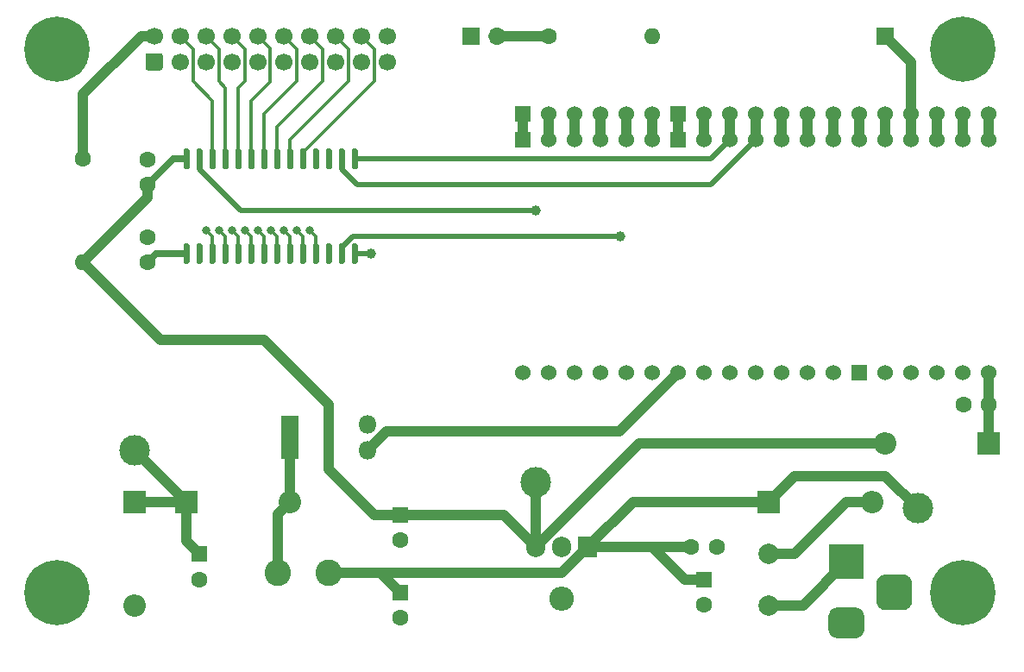
<source format=gtl>
G04 #@! TF.GenerationSoftware,KiCad,Pcbnew,(5.1.10)-1*
G04 #@! TF.CreationDate,2021-09-29T14:01:46-04:00*
G04 #@! TF.ProjectId,schematics_main,73636865-6d61-4746-9963-735f6d61696e,rev?*
G04 #@! TF.SameCoordinates,Original*
G04 #@! TF.FileFunction,Copper,L1,Top*
G04 #@! TF.FilePolarity,Positive*
%FSLAX46Y46*%
G04 Gerber Fmt 4.6, Leading zero omitted, Abs format (unit mm)*
G04 Created by KiCad (PCBNEW (5.1.10)-1) date 2021-09-29 14:01:46*
%MOMM*%
%LPD*%
G01*
G04 APERTURE LIST*
G04 #@! TA.AperFunction,ComponentPad*
%ADD10R,1.905000X2.000000*%
G04 #@! TD*
G04 #@! TA.AperFunction,ComponentPad*
%ADD11O,1.905000X2.000000*%
G04 #@! TD*
G04 #@! TA.AperFunction,ComponentPad*
%ADD12O,2.400000X2.400000*%
G04 #@! TD*
G04 #@! TA.AperFunction,ComponentPad*
%ADD13R,1.524000X1.524000*%
G04 #@! TD*
G04 #@! TA.AperFunction,ComponentPad*
%ADD14C,1.524000*%
G04 #@! TD*
G04 #@! TA.AperFunction,ComponentPad*
%ADD15C,1.700000*%
G04 #@! TD*
G04 #@! TA.AperFunction,ComponentPad*
%ADD16R,1.800000X1.800000*%
G04 #@! TD*
G04 #@! TA.AperFunction,ComponentPad*
%ADD17O,1.800000X1.800000*%
G04 #@! TD*
G04 #@! TA.AperFunction,ComponentPad*
%ADD18R,1.800000X2.800000*%
G04 #@! TD*
G04 #@! TA.AperFunction,ComponentPad*
%ADD19R,1.700000X1.700000*%
G04 #@! TD*
G04 #@! TA.AperFunction,ComponentPad*
%ADD20O,1.700000X1.700000*%
G04 #@! TD*
G04 #@! TA.AperFunction,ComponentPad*
%ADD21C,2.600000*%
G04 #@! TD*
G04 #@! TA.AperFunction,ComponentPad*
%ADD22C,1.600000*%
G04 #@! TD*
G04 #@! TA.AperFunction,ComponentPad*
%ADD23O,1.600000X1.600000*%
G04 #@! TD*
G04 #@! TA.AperFunction,ComponentPad*
%ADD24O,2.200000X2.200000*%
G04 #@! TD*
G04 #@! TA.AperFunction,ComponentPad*
%ADD25R,2.200000X2.200000*%
G04 #@! TD*
G04 #@! TA.AperFunction,ComponentPad*
%ADD26C,3.000000*%
G04 #@! TD*
G04 #@! TA.AperFunction,ComponentPad*
%ADD27C,6.400000*%
G04 #@! TD*
G04 #@! TA.AperFunction,ComponentPad*
%ADD28C,2.000000*%
G04 #@! TD*
G04 #@! TA.AperFunction,ComponentPad*
%ADD29R,3.500000X3.500000*%
G04 #@! TD*
G04 #@! TA.AperFunction,ComponentPad*
%ADD30R,1.600000X1.600000*%
G04 #@! TD*
G04 #@! TA.AperFunction,ViaPad*
%ADD31C,1.000000*%
G04 #@! TD*
G04 #@! TA.AperFunction,ViaPad*
%ADD32C,0.800000*%
G04 #@! TD*
G04 #@! TA.AperFunction,Conductor*
%ADD33C,1.000000*%
G04 #@! TD*
G04 #@! TA.AperFunction,Conductor*
%ADD34C,0.500000*%
G04 #@! TD*
G04 #@! TA.AperFunction,Conductor*
%ADD35C,0.700000*%
G04 #@! TD*
G04 #@! TA.AperFunction,Conductor*
%ADD36C,0.300000*%
G04 #@! TD*
G04 APERTURE END LIST*
D10*
X212090000Y-143510000D03*
D11*
X209550000Y-143510000D03*
X207010000Y-143510000D03*
D12*
X209550000Y-148590000D03*
D13*
X220980000Y-100965000D03*
X205740000Y-100965000D03*
D14*
X210820000Y-100965000D03*
X218440000Y-100965000D03*
X208280000Y-100965000D03*
X223520000Y-100965000D03*
X215900000Y-100965000D03*
X213360000Y-100965000D03*
X226060000Y-100965000D03*
X228600000Y-100965000D03*
X236220000Y-100965000D03*
X241300000Y-100965000D03*
X238760000Y-100965000D03*
X233680000Y-100965000D03*
X231140000Y-100965000D03*
X251460000Y-100965000D03*
X248920000Y-100965000D03*
X246380000Y-100965000D03*
X243840000Y-100965000D03*
X251460000Y-126365000D03*
X248920000Y-126365000D03*
X246380000Y-126365000D03*
X243840000Y-126365000D03*
X241300000Y-126365000D03*
D13*
X238760000Y-126365000D03*
D14*
X236220000Y-126365000D03*
X233680000Y-126365000D03*
X231140000Y-126365000D03*
X228600000Y-126365000D03*
X226060000Y-126365000D03*
X223520000Y-126365000D03*
X220980000Y-126365000D03*
X218440000Y-126365000D03*
X215900000Y-126365000D03*
X213360000Y-126365000D03*
X210820000Y-126365000D03*
X208280000Y-126365000D03*
X205740000Y-126365000D03*
X251460000Y-103505000D03*
X248920000Y-103505000D03*
X223520000Y-103505000D03*
X238760000Y-103505000D03*
X226060000Y-103505000D03*
X228600000Y-103505000D03*
X218440000Y-103505000D03*
X210820000Y-103505000D03*
X233680000Y-103505000D03*
X243840000Y-103505000D03*
X208280000Y-103505000D03*
X246380000Y-103505000D03*
X231140000Y-103505000D03*
X241300000Y-103505000D03*
X213360000Y-103505000D03*
D13*
X205740000Y-103505000D03*
D14*
X215900000Y-103505000D03*
X236220000Y-103505000D03*
D13*
X220980000Y-103505000D03*
G04 #@! TA.AperFunction,SMDPad,CuDef*
G36*
G01*
X172870000Y-115735000D02*
X172570000Y-115735000D01*
G75*
G02*
X172420000Y-115585000I0J150000D01*
G01*
X172420000Y-113835000D01*
G75*
G02*
X172570000Y-113685000I150000J0D01*
G01*
X172870000Y-113685000D01*
G75*
G02*
X173020000Y-113835000I0J-150000D01*
G01*
X173020000Y-115585000D01*
G75*
G02*
X172870000Y-115735000I-150000J0D01*
G01*
G37*
G04 #@! TD.AperFunction*
G04 #@! TA.AperFunction,SMDPad,CuDef*
G36*
G01*
X174140000Y-115735000D02*
X173840000Y-115735000D01*
G75*
G02*
X173690000Y-115585000I0J150000D01*
G01*
X173690000Y-113835000D01*
G75*
G02*
X173840000Y-113685000I150000J0D01*
G01*
X174140000Y-113685000D01*
G75*
G02*
X174290000Y-113835000I0J-150000D01*
G01*
X174290000Y-115585000D01*
G75*
G02*
X174140000Y-115735000I-150000J0D01*
G01*
G37*
G04 #@! TD.AperFunction*
G04 #@! TA.AperFunction,SMDPad,CuDef*
G36*
G01*
X175410000Y-115735000D02*
X175110000Y-115735000D01*
G75*
G02*
X174960000Y-115585000I0J150000D01*
G01*
X174960000Y-113835000D01*
G75*
G02*
X175110000Y-113685000I150000J0D01*
G01*
X175410000Y-113685000D01*
G75*
G02*
X175560000Y-113835000I0J-150000D01*
G01*
X175560000Y-115585000D01*
G75*
G02*
X175410000Y-115735000I-150000J0D01*
G01*
G37*
G04 #@! TD.AperFunction*
G04 #@! TA.AperFunction,SMDPad,CuDef*
G36*
G01*
X176680000Y-115735000D02*
X176380000Y-115735000D01*
G75*
G02*
X176230000Y-115585000I0J150000D01*
G01*
X176230000Y-113835000D01*
G75*
G02*
X176380000Y-113685000I150000J0D01*
G01*
X176680000Y-113685000D01*
G75*
G02*
X176830000Y-113835000I0J-150000D01*
G01*
X176830000Y-115585000D01*
G75*
G02*
X176680000Y-115735000I-150000J0D01*
G01*
G37*
G04 #@! TD.AperFunction*
G04 #@! TA.AperFunction,SMDPad,CuDef*
G36*
G01*
X177950000Y-115735000D02*
X177650000Y-115735000D01*
G75*
G02*
X177500000Y-115585000I0J150000D01*
G01*
X177500000Y-113835000D01*
G75*
G02*
X177650000Y-113685000I150000J0D01*
G01*
X177950000Y-113685000D01*
G75*
G02*
X178100000Y-113835000I0J-150000D01*
G01*
X178100000Y-115585000D01*
G75*
G02*
X177950000Y-115735000I-150000J0D01*
G01*
G37*
G04 #@! TD.AperFunction*
G04 #@! TA.AperFunction,SMDPad,CuDef*
G36*
G01*
X179220000Y-115735000D02*
X178920000Y-115735000D01*
G75*
G02*
X178770000Y-115585000I0J150000D01*
G01*
X178770000Y-113835000D01*
G75*
G02*
X178920000Y-113685000I150000J0D01*
G01*
X179220000Y-113685000D01*
G75*
G02*
X179370000Y-113835000I0J-150000D01*
G01*
X179370000Y-115585000D01*
G75*
G02*
X179220000Y-115735000I-150000J0D01*
G01*
G37*
G04 #@! TD.AperFunction*
G04 #@! TA.AperFunction,SMDPad,CuDef*
G36*
G01*
X180490000Y-115735000D02*
X180190000Y-115735000D01*
G75*
G02*
X180040000Y-115585000I0J150000D01*
G01*
X180040000Y-113835000D01*
G75*
G02*
X180190000Y-113685000I150000J0D01*
G01*
X180490000Y-113685000D01*
G75*
G02*
X180640000Y-113835000I0J-150000D01*
G01*
X180640000Y-115585000D01*
G75*
G02*
X180490000Y-115735000I-150000J0D01*
G01*
G37*
G04 #@! TD.AperFunction*
G04 #@! TA.AperFunction,SMDPad,CuDef*
G36*
G01*
X181760000Y-115735000D02*
X181460000Y-115735000D01*
G75*
G02*
X181310000Y-115585000I0J150000D01*
G01*
X181310000Y-113835000D01*
G75*
G02*
X181460000Y-113685000I150000J0D01*
G01*
X181760000Y-113685000D01*
G75*
G02*
X181910000Y-113835000I0J-150000D01*
G01*
X181910000Y-115585000D01*
G75*
G02*
X181760000Y-115735000I-150000J0D01*
G01*
G37*
G04 #@! TD.AperFunction*
G04 #@! TA.AperFunction,SMDPad,CuDef*
G36*
G01*
X183030000Y-115735000D02*
X182730000Y-115735000D01*
G75*
G02*
X182580000Y-115585000I0J150000D01*
G01*
X182580000Y-113835000D01*
G75*
G02*
X182730000Y-113685000I150000J0D01*
G01*
X183030000Y-113685000D01*
G75*
G02*
X183180000Y-113835000I0J-150000D01*
G01*
X183180000Y-115585000D01*
G75*
G02*
X183030000Y-115735000I-150000J0D01*
G01*
G37*
G04 #@! TD.AperFunction*
G04 #@! TA.AperFunction,SMDPad,CuDef*
G36*
G01*
X184300000Y-115735000D02*
X184000000Y-115735000D01*
G75*
G02*
X183850000Y-115585000I0J150000D01*
G01*
X183850000Y-113835000D01*
G75*
G02*
X184000000Y-113685000I150000J0D01*
G01*
X184300000Y-113685000D01*
G75*
G02*
X184450000Y-113835000I0J-150000D01*
G01*
X184450000Y-115585000D01*
G75*
G02*
X184300000Y-115735000I-150000J0D01*
G01*
G37*
G04 #@! TD.AperFunction*
G04 #@! TA.AperFunction,SMDPad,CuDef*
G36*
G01*
X185570000Y-115735000D02*
X185270000Y-115735000D01*
G75*
G02*
X185120000Y-115585000I0J150000D01*
G01*
X185120000Y-113835000D01*
G75*
G02*
X185270000Y-113685000I150000J0D01*
G01*
X185570000Y-113685000D01*
G75*
G02*
X185720000Y-113835000I0J-150000D01*
G01*
X185720000Y-115585000D01*
G75*
G02*
X185570000Y-115735000I-150000J0D01*
G01*
G37*
G04 #@! TD.AperFunction*
G04 #@! TA.AperFunction,SMDPad,CuDef*
G36*
G01*
X186840000Y-115735000D02*
X186540000Y-115735000D01*
G75*
G02*
X186390000Y-115585000I0J150000D01*
G01*
X186390000Y-113835000D01*
G75*
G02*
X186540000Y-113685000I150000J0D01*
G01*
X186840000Y-113685000D01*
G75*
G02*
X186990000Y-113835000I0J-150000D01*
G01*
X186990000Y-115585000D01*
G75*
G02*
X186840000Y-115735000I-150000J0D01*
G01*
G37*
G04 #@! TD.AperFunction*
G04 #@! TA.AperFunction,SMDPad,CuDef*
G36*
G01*
X188110000Y-115735000D02*
X187810000Y-115735000D01*
G75*
G02*
X187660000Y-115585000I0J150000D01*
G01*
X187660000Y-113835000D01*
G75*
G02*
X187810000Y-113685000I150000J0D01*
G01*
X188110000Y-113685000D01*
G75*
G02*
X188260000Y-113835000I0J-150000D01*
G01*
X188260000Y-115585000D01*
G75*
G02*
X188110000Y-115735000I-150000J0D01*
G01*
G37*
G04 #@! TD.AperFunction*
G04 #@! TA.AperFunction,SMDPad,CuDef*
G36*
G01*
X189380000Y-115735000D02*
X189080000Y-115735000D01*
G75*
G02*
X188930000Y-115585000I0J150000D01*
G01*
X188930000Y-113835000D01*
G75*
G02*
X189080000Y-113685000I150000J0D01*
G01*
X189380000Y-113685000D01*
G75*
G02*
X189530000Y-113835000I0J-150000D01*
G01*
X189530000Y-115585000D01*
G75*
G02*
X189380000Y-115735000I-150000J0D01*
G01*
G37*
G04 #@! TD.AperFunction*
G04 #@! TA.AperFunction,SMDPad,CuDef*
G36*
G01*
X189380000Y-106435000D02*
X189080000Y-106435000D01*
G75*
G02*
X188930000Y-106285000I0J150000D01*
G01*
X188930000Y-104535000D01*
G75*
G02*
X189080000Y-104385000I150000J0D01*
G01*
X189380000Y-104385000D01*
G75*
G02*
X189530000Y-104535000I0J-150000D01*
G01*
X189530000Y-106285000D01*
G75*
G02*
X189380000Y-106435000I-150000J0D01*
G01*
G37*
G04 #@! TD.AperFunction*
G04 #@! TA.AperFunction,SMDPad,CuDef*
G36*
G01*
X188110000Y-106435000D02*
X187810000Y-106435000D01*
G75*
G02*
X187660000Y-106285000I0J150000D01*
G01*
X187660000Y-104535000D01*
G75*
G02*
X187810000Y-104385000I150000J0D01*
G01*
X188110000Y-104385000D01*
G75*
G02*
X188260000Y-104535000I0J-150000D01*
G01*
X188260000Y-106285000D01*
G75*
G02*
X188110000Y-106435000I-150000J0D01*
G01*
G37*
G04 #@! TD.AperFunction*
G04 #@! TA.AperFunction,SMDPad,CuDef*
G36*
G01*
X186840000Y-106435000D02*
X186540000Y-106435000D01*
G75*
G02*
X186390000Y-106285000I0J150000D01*
G01*
X186390000Y-104535000D01*
G75*
G02*
X186540000Y-104385000I150000J0D01*
G01*
X186840000Y-104385000D01*
G75*
G02*
X186990000Y-104535000I0J-150000D01*
G01*
X186990000Y-106285000D01*
G75*
G02*
X186840000Y-106435000I-150000J0D01*
G01*
G37*
G04 #@! TD.AperFunction*
G04 #@! TA.AperFunction,SMDPad,CuDef*
G36*
G01*
X185570000Y-106435000D02*
X185270000Y-106435000D01*
G75*
G02*
X185120000Y-106285000I0J150000D01*
G01*
X185120000Y-104535000D01*
G75*
G02*
X185270000Y-104385000I150000J0D01*
G01*
X185570000Y-104385000D01*
G75*
G02*
X185720000Y-104535000I0J-150000D01*
G01*
X185720000Y-106285000D01*
G75*
G02*
X185570000Y-106435000I-150000J0D01*
G01*
G37*
G04 #@! TD.AperFunction*
G04 #@! TA.AperFunction,SMDPad,CuDef*
G36*
G01*
X184300000Y-106435000D02*
X184000000Y-106435000D01*
G75*
G02*
X183850000Y-106285000I0J150000D01*
G01*
X183850000Y-104535000D01*
G75*
G02*
X184000000Y-104385000I150000J0D01*
G01*
X184300000Y-104385000D01*
G75*
G02*
X184450000Y-104535000I0J-150000D01*
G01*
X184450000Y-106285000D01*
G75*
G02*
X184300000Y-106435000I-150000J0D01*
G01*
G37*
G04 #@! TD.AperFunction*
G04 #@! TA.AperFunction,SMDPad,CuDef*
G36*
G01*
X183030000Y-106435000D02*
X182730000Y-106435000D01*
G75*
G02*
X182580000Y-106285000I0J150000D01*
G01*
X182580000Y-104535000D01*
G75*
G02*
X182730000Y-104385000I150000J0D01*
G01*
X183030000Y-104385000D01*
G75*
G02*
X183180000Y-104535000I0J-150000D01*
G01*
X183180000Y-106285000D01*
G75*
G02*
X183030000Y-106435000I-150000J0D01*
G01*
G37*
G04 #@! TD.AperFunction*
G04 #@! TA.AperFunction,SMDPad,CuDef*
G36*
G01*
X181760000Y-106435000D02*
X181460000Y-106435000D01*
G75*
G02*
X181310000Y-106285000I0J150000D01*
G01*
X181310000Y-104535000D01*
G75*
G02*
X181460000Y-104385000I150000J0D01*
G01*
X181760000Y-104385000D01*
G75*
G02*
X181910000Y-104535000I0J-150000D01*
G01*
X181910000Y-106285000D01*
G75*
G02*
X181760000Y-106435000I-150000J0D01*
G01*
G37*
G04 #@! TD.AperFunction*
G04 #@! TA.AperFunction,SMDPad,CuDef*
G36*
G01*
X180490000Y-106435000D02*
X180190000Y-106435000D01*
G75*
G02*
X180040000Y-106285000I0J150000D01*
G01*
X180040000Y-104535000D01*
G75*
G02*
X180190000Y-104385000I150000J0D01*
G01*
X180490000Y-104385000D01*
G75*
G02*
X180640000Y-104535000I0J-150000D01*
G01*
X180640000Y-106285000D01*
G75*
G02*
X180490000Y-106435000I-150000J0D01*
G01*
G37*
G04 #@! TD.AperFunction*
G04 #@! TA.AperFunction,SMDPad,CuDef*
G36*
G01*
X179220000Y-106435000D02*
X178920000Y-106435000D01*
G75*
G02*
X178770000Y-106285000I0J150000D01*
G01*
X178770000Y-104535000D01*
G75*
G02*
X178920000Y-104385000I150000J0D01*
G01*
X179220000Y-104385000D01*
G75*
G02*
X179370000Y-104535000I0J-150000D01*
G01*
X179370000Y-106285000D01*
G75*
G02*
X179220000Y-106435000I-150000J0D01*
G01*
G37*
G04 #@! TD.AperFunction*
G04 #@! TA.AperFunction,SMDPad,CuDef*
G36*
G01*
X177950000Y-106435000D02*
X177650000Y-106435000D01*
G75*
G02*
X177500000Y-106285000I0J150000D01*
G01*
X177500000Y-104535000D01*
G75*
G02*
X177650000Y-104385000I150000J0D01*
G01*
X177950000Y-104385000D01*
G75*
G02*
X178100000Y-104535000I0J-150000D01*
G01*
X178100000Y-106285000D01*
G75*
G02*
X177950000Y-106435000I-150000J0D01*
G01*
G37*
G04 #@! TD.AperFunction*
G04 #@! TA.AperFunction,SMDPad,CuDef*
G36*
G01*
X176680000Y-106435000D02*
X176380000Y-106435000D01*
G75*
G02*
X176230000Y-106285000I0J150000D01*
G01*
X176230000Y-104535000D01*
G75*
G02*
X176380000Y-104385000I150000J0D01*
G01*
X176680000Y-104385000D01*
G75*
G02*
X176830000Y-104535000I0J-150000D01*
G01*
X176830000Y-106285000D01*
G75*
G02*
X176680000Y-106435000I-150000J0D01*
G01*
G37*
G04 #@! TD.AperFunction*
G04 #@! TA.AperFunction,SMDPad,CuDef*
G36*
G01*
X175410000Y-106435000D02*
X175110000Y-106435000D01*
G75*
G02*
X174960000Y-106285000I0J150000D01*
G01*
X174960000Y-104535000D01*
G75*
G02*
X175110000Y-104385000I150000J0D01*
G01*
X175410000Y-104385000D01*
G75*
G02*
X175560000Y-104535000I0J-150000D01*
G01*
X175560000Y-106285000D01*
G75*
G02*
X175410000Y-106435000I-150000J0D01*
G01*
G37*
G04 #@! TD.AperFunction*
G04 #@! TA.AperFunction,SMDPad,CuDef*
G36*
G01*
X174140000Y-106435000D02*
X173840000Y-106435000D01*
G75*
G02*
X173690000Y-106285000I0J150000D01*
G01*
X173690000Y-104535000D01*
G75*
G02*
X173840000Y-104385000I150000J0D01*
G01*
X174140000Y-104385000D01*
G75*
G02*
X174290000Y-104535000I0J-150000D01*
G01*
X174290000Y-106285000D01*
G75*
G02*
X174140000Y-106435000I-150000J0D01*
G01*
G37*
G04 #@! TD.AperFunction*
G04 #@! TA.AperFunction,SMDPad,CuDef*
G36*
G01*
X172870000Y-106435000D02*
X172570000Y-106435000D01*
G75*
G02*
X172420000Y-106285000I0J150000D01*
G01*
X172420000Y-104535000D01*
G75*
G02*
X172570000Y-104385000I150000J0D01*
G01*
X172870000Y-104385000D01*
G75*
G02*
X173020000Y-104535000I0J-150000D01*
G01*
X173020000Y-106285000D01*
G75*
G02*
X172870000Y-106435000I-150000J0D01*
G01*
G37*
G04 #@! TD.AperFunction*
D15*
X192405000Y-93345000D03*
X189865000Y-93345000D03*
X187325000Y-93345000D03*
X184785000Y-93345000D03*
X182245000Y-93345000D03*
X179705000Y-93345000D03*
X177165000Y-93345000D03*
X174625000Y-93345000D03*
X172085000Y-93345000D03*
X169545000Y-93345000D03*
X192405000Y-95885000D03*
X189865000Y-95885000D03*
X187325000Y-95885000D03*
X184785000Y-95885000D03*
X182245000Y-95885000D03*
X179705000Y-95885000D03*
X177165000Y-95885000D03*
X174625000Y-95885000D03*
X172085000Y-95885000D03*
G04 #@! TA.AperFunction,ComponentPad*
G36*
G01*
X170145000Y-96735000D02*
X168945000Y-96735000D01*
G75*
G02*
X168695000Y-96485000I0J250000D01*
G01*
X168695000Y-95285000D01*
G75*
G02*
X168945000Y-95035000I250000J0D01*
G01*
X170145000Y-95035000D01*
G75*
G02*
X170395000Y-95285000I0J-250000D01*
G01*
X170395000Y-96485000D01*
G75*
G02*
X170145000Y-96735000I-250000J0D01*
G01*
G37*
G04 #@! TD.AperFunction*
D16*
X182880000Y-131445000D03*
D17*
X190500000Y-133985000D03*
D18*
X182880000Y-133485000D03*
D17*
X190500000Y-131445000D03*
D19*
X241300000Y-93345000D03*
D20*
X203200000Y-93345000D03*
D19*
X200660000Y-93345000D03*
D21*
X181690000Y-146050000D03*
X186690000Y-146050000D03*
D22*
X248960000Y-129540000D03*
X251460000Y-129540000D03*
D23*
X162560000Y-115570000D03*
D22*
X162560000Y-105410000D03*
D23*
X218440000Y-93345000D03*
D22*
X208280000Y-93345000D03*
D24*
X167640000Y-149225000D03*
D25*
X167640000Y-139065000D03*
D24*
X182880000Y-139065000D03*
D25*
X172720000Y-139065000D03*
D24*
X240030000Y-139065000D03*
D25*
X229870000Y-139065000D03*
D24*
X241300000Y-133350000D03*
D25*
X251460000Y-133350000D03*
D26*
X207010000Y-137160000D03*
X244475000Y-139700000D03*
X167640000Y-133985000D03*
D27*
X248920000Y-147955000D03*
X160020000Y-147955000D03*
X160020000Y-94615000D03*
X248920000Y-94615000D03*
D28*
X229870000Y-149225000D03*
X229880000Y-144145000D03*
D29*
X237490000Y-144955000D03*
G04 #@! TA.AperFunction,ComponentPad*
G36*
G01*
X238490000Y-152455000D02*
X236490000Y-152455000D01*
G75*
G02*
X235740000Y-151705000I0J750000D01*
G01*
X235740000Y-150205000D01*
G75*
G02*
X236490000Y-149455000I750000J0D01*
G01*
X238490000Y-149455000D01*
G75*
G02*
X239240000Y-150205000I0J-750000D01*
G01*
X239240000Y-151705000D01*
G75*
G02*
X238490000Y-152455000I-750000J0D01*
G01*
G37*
G04 #@! TD.AperFunction*
G04 #@! TA.AperFunction,ComponentPad*
G36*
G01*
X243065000Y-149705000D02*
X241315000Y-149705000D01*
G75*
G02*
X240440000Y-148830000I0J875000D01*
G01*
X240440000Y-147080000D01*
G75*
G02*
X241315000Y-146205000I875000J0D01*
G01*
X243065000Y-146205000D01*
G75*
G02*
X243940000Y-147080000I0J-875000D01*
G01*
X243940000Y-148830000D01*
G75*
G02*
X243065000Y-149705000I-875000J0D01*
G01*
G37*
G04 #@! TD.AperFunction*
D22*
X168910000Y-113070000D03*
X168910000Y-115570000D03*
X173990000Y-146685000D03*
D30*
X173990000Y-144185000D03*
X193675000Y-147955000D03*
D22*
X193675000Y-150455000D03*
X168910000Y-105450000D03*
X168910000Y-107950000D03*
X193675000Y-142835000D03*
D30*
X193675000Y-140335000D03*
X223520000Y-146685000D03*
D22*
X223520000Y-149185000D03*
X224750000Y-143510000D03*
X222250000Y-143510000D03*
D31*
X190851997Y-114709999D03*
X207010004Y-110490002D03*
X215264946Y-113030000D03*
D32*
X183515000Y-112395000D03*
X184785000Y-112395000D03*
X178435000Y-112395000D03*
X177165010Y-112395000D03*
X175895000Y-112395000D03*
X174625000Y-112395000D03*
X182245000Y-112395000D03*
X180975000Y-112395000D03*
X179704990Y-112395000D03*
D33*
X205740000Y-100965000D02*
X205740000Y-103505000D01*
X220980000Y-103505000D02*
X220980000Y-100965000D01*
D34*
X190851996Y-114710000D02*
X190851997Y-114709999D01*
X189230000Y-114710000D02*
X190851996Y-114710000D01*
D33*
X232410000Y-136525000D02*
X229870000Y-139065000D01*
X241300000Y-136525000D02*
X232410000Y-136525000D01*
X244475000Y-139700000D02*
X241300000Y-136525000D01*
X216535000Y-139065000D02*
X212090000Y-143510000D01*
X229870000Y-139065000D02*
X216535000Y-139065000D01*
X209550000Y-146050000D02*
X186690000Y-146050000D01*
X212090000Y-143510000D02*
X209550000Y-146050000D01*
X191770000Y-146050000D02*
X193675000Y-147955000D01*
X186690000Y-146050000D02*
X191770000Y-146050000D01*
X221615000Y-146685000D02*
X218440000Y-143510000D01*
X223520000Y-146685000D02*
X221615000Y-146685000D01*
X218440000Y-143510000D02*
X222250000Y-143510000D01*
X212090000Y-143510000D02*
X218440000Y-143510000D01*
X217170000Y-133350000D02*
X207010000Y-143510000D01*
X241300000Y-133350000D02*
X217170000Y-133350000D01*
X203835000Y-140335000D02*
X207010000Y-143510000D01*
X193675000Y-140335000D02*
X203835000Y-140335000D01*
X207010000Y-137160000D02*
X207010000Y-143510000D01*
X180340000Y-123190000D02*
X170180000Y-123190000D01*
X186690000Y-135890000D02*
X186690000Y-129540000D01*
X191135000Y-140335000D02*
X186690000Y-135890000D01*
X186690000Y-129540000D02*
X180340000Y-123190000D01*
X193675000Y-140335000D02*
X191135000Y-140335000D01*
X165100000Y-118110000D02*
X162560000Y-115570000D01*
X170180000Y-123190000D02*
X165100000Y-118110000D01*
D35*
X171450000Y-105410000D02*
X168910000Y-107950000D01*
X172720000Y-105410000D02*
X171450000Y-105410000D01*
D33*
X168910000Y-109220000D02*
X166370000Y-111760000D01*
X166370000Y-111760000D02*
X162560000Y-115570000D01*
X168910000Y-107950000D02*
X168910000Y-109220000D01*
X172720000Y-139065000D02*
X167640000Y-139065000D01*
X172720000Y-142915000D02*
X173990000Y-144185000D01*
X172720000Y-139065000D02*
X172720000Y-142915000D01*
X172720000Y-139065000D02*
X167640000Y-133985000D01*
D35*
X169770000Y-114710000D02*
X168910000Y-115570000D01*
X172720000Y-114710000D02*
X169770000Y-114710000D01*
D33*
X237490000Y-139065000D02*
X240030000Y-139065000D01*
X232410000Y-144145000D02*
X237490000Y-139065000D01*
X229870000Y-144145000D02*
X232410000Y-144145000D01*
X181690000Y-140255000D02*
X182880000Y-139065000D01*
X181690000Y-146050000D02*
X181690000Y-140255000D01*
X182880000Y-131445000D02*
X182880000Y-139065000D01*
X233220000Y-149225000D02*
X237490000Y-144955000D01*
X229860000Y-149225000D02*
X233220000Y-149225000D01*
X215195009Y-132149991D02*
X220980000Y-126365000D01*
X192335009Y-132149991D02*
X215195009Y-132149991D01*
X190500000Y-133985000D02*
X192335009Y-132149991D01*
X208280000Y-93345000D02*
X203200000Y-93345000D01*
D35*
X200659990Y-93345010D02*
X200660000Y-93345000D01*
D33*
X243840000Y-103505000D02*
X243840000Y-100965000D01*
X243840000Y-95885000D02*
X241300000Y-93345000D01*
X243840000Y-100965000D02*
X243840000Y-95885000D01*
X210820000Y-103505000D02*
X210820000Y-100965000D01*
X208280000Y-100965000D02*
X208280000Y-103505000D01*
D34*
X178045002Y-110490002D02*
X207010004Y-110490002D01*
X173990000Y-106435000D02*
X178045002Y-110490002D01*
X173990000Y-105410000D02*
X173990000Y-106435000D01*
D33*
X215900000Y-103505000D02*
X215900000Y-100965000D01*
X213360000Y-100965000D02*
X213360000Y-103505000D01*
X226060000Y-100965000D02*
X226060000Y-103505000D01*
D34*
X224155000Y-105410000D02*
X189230000Y-105410000D01*
X226060000Y-103505000D02*
X224155000Y-105410000D01*
D33*
X228600000Y-103505000D02*
X228600000Y-100965000D01*
D34*
X187960000Y-106435000D02*
X187960000Y-105410000D01*
X189475000Y-107950000D02*
X187960000Y-106435000D01*
X224155000Y-107950000D02*
X189475000Y-107950000D01*
X228600000Y-103505000D02*
X224155000Y-107950000D01*
D33*
X236220000Y-100965000D02*
X236220000Y-103505000D01*
X241300000Y-100965000D02*
X241300000Y-103505000D01*
X238760000Y-103505000D02*
X238760000Y-100965000D01*
X231140000Y-100965000D02*
X231140000Y-103505000D01*
X251460000Y-100965000D02*
X251460000Y-103505000D01*
X248920000Y-103505000D02*
X248920000Y-100965000D01*
X246380000Y-100965000D02*
X246380000Y-103505000D01*
X218440000Y-100965000D02*
X218440000Y-103505000D01*
D34*
X187960000Y-114106456D02*
X187960000Y-114710000D01*
X189036456Y-113030000D02*
X187960000Y-114106456D01*
X215264946Y-113030000D02*
X189036456Y-113030000D01*
D33*
X233680000Y-103505000D02*
X233680000Y-100965000D01*
D36*
X176530000Y-98425000D02*
X176530000Y-105410000D01*
X175895000Y-97790000D02*
X176530000Y-98425000D01*
X175895000Y-94615000D02*
X175895000Y-97790000D01*
X174625000Y-93345000D02*
X175895000Y-94615000D01*
X178435000Y-94615000D02*
X177165000Y-93345000D01*
X178435000Y-97790000D02*
X178435000Y-94615000D01*
X177800000Y-98425000D02*
X178435000Y-97790000D01*
X177800000Y-105410000D02*
X177800000Y-98425000D01*
X180905001Y-94545001D02*
X179705000Y-93345000D01*
X180905001Y-97859999D02*
X180905001Y-94545001D01*
X179070000Y-99695000D02*
X180905001Y-97859999D01*
X179070000Y-105410000D02*
X179070000Y-99695000D01*
X183515000Y-94615000D02*
X182245000Y-93345000D01*
X183515000Y-97790000D02*
X183515000Y-94615000D01*
X180340000Y-100965000D02*
X183515000Y-97790000D01*
X180340000Y-105410000D02*
X180340000Y-100965000D01*
X186055000Y-94615000D02*
X184785000Y-93345000D01*
X186055000Y-97790000D02*
X186055000Y-94615000D01*
X181610000Y-102235000D02*
X186055000Y-97790000D01*
X181610000Y-105410000D02*
X181610000Y-102235000D01*
X173355000Y-94615000D02*
X172085000Y-93345000D01*
X173355000Y-97790000D02*
X173355000Y-94615000D01*
X175260000Y-99695000D02*
X173355000Y-97790000D01*
X175260000Y-105410000D02*
X175260000Y-99695000D01*
X188595000Y-97790000D02*
X188595000Y-94615000D01*
X188595000Y-94615000D02*
X187325000Y-93345000D01*
X182880000Y-103505000D02*
X188595000Y-97790000D01*
X182880000Y-105410000D02*
X182880000Y-103505000D01*
X191135000Y-94615000D02*
X189865000Y-93345000D01*
X191135000Y-97790000D02*
X191135000Y-94615000D01*
X184150000Y-104775000D02*
X191135000Y-97790000D01*
X184150000Y-105410000D02*
X184150000Y-104775000D01*
X184150000Y-114710000D02*
X184150000Y-113030000D01*
X184150000Y-113030000D02*
X183515000Y-112395000D01*
X185420000Y-113030000D02*
X184785000Y-112395000D01*
X185420000Y-114710000D02*
X185420000Y-113030000D01*
X179070000Y-113030000D02*
X178435000Y-112395000D01*
X179070000Y-114710000D02*
X179070000Y-113030000D01*
X177800000Y-113029990D02*
X177165010Y-112395000D01*
X177800000Y-114710000D02*
X177800000Y-113029990D01*
X176530000Y-113030000D02*
X175895000Y-112395000D01*
X176530000Y-114710000D02*
X176530000Y-113030000D01*
X175260000Y-114710000D02*
X175260000Y-113030000D01*
X175260000Y-113030000D02*
X174625000Y-112395000D01*
X182880000Y-113030000D02*
X182245000Y-112395000D01*
X182880000Y-114710000D02*
X182880000Y-113030000D01*
D33*
X251460000Y-126365000D02*
X251460000Y-133350000D01*
D36*
X223520000Y-101340762D02*
X223520000Y-100589238D01*
D33*
X223520000Y-100965000D02*
X223520000Y-103505000D01*
X168275000Y-93345000D02*
X169545000Y-93345000D01*
X162560000Y-99060000D02*
X168275000Y-93345000D01*
X162560000Y-105410000D02*
X162560000Y-99060000D01*
D36*
X181610000Y-113030000D02*
X180975000Y-112395000D01*
X181610000Y-114710000D02*
X181610000Y-113030000D01*
X180340000Y-113030010D02*
X179704990Y-112395000D01*
X180340000Y-114710000D02*
X180340000Y-113030010D01*
M02*

</source>
